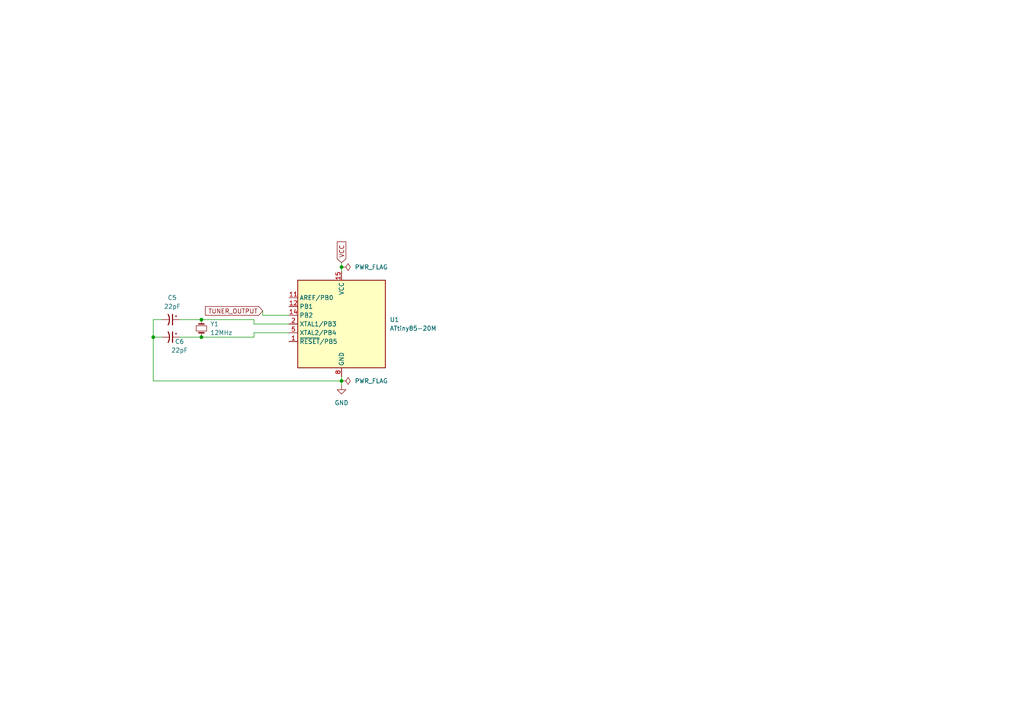
<source format=kicad_sch>
(kicad_sch (version 20211123) (generator eeschema)
  (paper "A4")
  (title_block (title "Finus - Digital Tuner") (date "2022-12-14") (rev "1.0") (company "Beseta") (comment 1 "Designed by Emilio Bernal") (comment 2 "ATTiny Version"))
  (lib_symbols
    (symbol "Device:C_Polarized_Small_US" (pin_numbers hide) (pin_names (offset 0.254) hide)
      (property "Reference" "C" (at 0.254 1.778 0))
      (property "Value" "C_Polarized_Small_US" (at 0.254 -2.032 0))
      (symbol "C_Polarized_Small_US_0_1"
        (polyline (pts (xy -1.524 0.508) (xy 1.524 0.508)) (stroke (width 0.3048)))
        (polyline (pts (xy -1.27 1.524) (xy -0.762 1.524)))
        (polyline (pts (xy -1.016 1.27) (xy -1.016 1.778)))
        (arc (start 1.524 -0.762) (mid 0 -0.3734) (end -1.524 -0.762) (stroke (width 0.3048)))
      )
      (symbol "C_Polarized_Small_US_1_1"
        (pin passive line (at 0 2.54 270) (length 2.032) (name "~") (number "1"))
        (pin passive line (at 0 -2.54 90) (length 2.032) (name "~") (number "2"))
      )
    )
    (symbol "Device:Crystal_Small" (pin_numbers hide) (pin_names (offset 1.016) hide)
      (property "Reference" "Y" (at 0 2.54 0))
      (property "Value" "Crystal_Small" (at 0 -2.54 0))
      (symbol "Crystal_Small_0_1"
        (rectangle (start -0.762 -1.524) (end 0.762 1.524))
        (polyline (pts (xy -1.27 -0.762) (xy -1.27 0.762)) (stroke (width 0.381)))
        (polyline (pts (xy 1.27 -0.762) (xy 1.27 0.762)) (stroke (width 0.381)))
      )
      (symbol "Crystal_Small_1_1"
        (pin passive line (at -2.54 0 0) (length 1.27) (name "1") (number "1"))
        (pin passive line (at 2.54 0 180) (length 1.27) (name "2") (number "2"))
      )
    )
    (symbol "MCU_Microchip_ATtiny:ATtiny85-20M"
      (property "Reference" "U" (at -12.7 13.97 0))
      (property "Value" "ATtiny85-20M" (at 2.54 -13.97 0))
      (symbol "ATtiny85-20M_0_1"
        (rectangle (start -12.7 -12.7) (end 12.7 12.7) (stroke (width 0.254)) (fill (type background)))
      )
      (symbol "ATtiny85-20M_1_1"
        (pin bidirectional line (at 15.24 -5.08 180) (length 2.54) (name "~{RESET}/PB5") (number "1"))
        (pin no_connect line (at -12.7 -2.54 0) (length 2.54) hide (name "NC") (number "10"))
        (pin bidirectional line (at 15.24 7.62 180) (length 2.54) (name "AREF/PB0") (number "11"))
        (pin bidirectional line (at 15.24 5.08 180) (length 2.54) (name "PB1") (number "12"))
        (pin no_connect line (at -12.7 -5.08 0) (length 2.54) hide (name "NC") (number "13"))
        (pin bidirectional line (at 15.24 2.54 180) (length 2.54) (name "PB2") (number "14"))
        (pin power_in line (at 0 15.24 270) (length 2.54) (name "VCC") (number "15"))
        (pin no_connect line (at -12.7 -7.62 0) (length 2.54) hide (name "NC") (number "16"))
        (pin no_connect line (at -12.7 -10.16 0) (length 2.54) hide (name "NC") (number "17"))
        (pin no_connect line (at -7.62 -12.7 90) (length 2.54) hide (name "NC") (number "18"))
        (pin no_connect line (at -5.08 -12.7 90) (length 2.54) hide (name "NC") (number "19"))
        (pin bidirectional line (at 15.24 0 180) (length 2.54) (name "XTAL1/PB3") (number "2"))
        (pin no_connect line (at -2.54 -12.7 90) (length 2.54) hide (name "NC") (number "20"))
        (pin passive line (at 0 -15.24 90) (length 2.54) hide (name "GND") (number "21"))
        (pin no_connect line (at -12.7 10.16 0) (length 2.54) hide (name "NC") (number "3"))
        (pin no_connect line (at -12.7 7.62 0) (length 2.54) hide (name "NC") (number "4"))
        (pin bidirectional line (at 15.24 -2.54 180) (length 2.54) (name "XTAL2/PB4") (number "5"))
        (pin no_connect line (at -12.7 5.08 0) (length 2.54) hide (name "NC") (number "6"))
        (pin no_connect line (at -12.7 2.54 0) (length 2.54) hide (name "NC") (number "7"))
        (pin power_in line (at 0 -15.24 90) (length 2.54) (name "GND") (number "8"))
        (pin no_connect line (at -12.7 0 0) (length 2.54) hide (name "NC") (number "9"))
      )
    )
    (symbol "power:GND" (power) (pin_names (offset 0))
      (property "Value" "GND" (at 0 -3.81 0))
      (symbol "GND_0_1"
        (polyline (pts (xy 0 0) (xy 0 -1.27) (xy 1.27 -1.27) (xy 0 -2.54) (xy -1.27 -1.27) (xy 0 -1.27)))
      )
      (symbol "GND_1_1"
        (pin power_in line (at 0 0 270) (length 0) hide (name "GND") (number "1"))
      )
    )
    (symbol "power:PWR_FLAG" (power) (pin_numbers hide) (pin_names (offset 0) hide)
      (property "Value" "PWR_FLAG" (at 0 3.81 0))
      (symbol "PWR_FLAG_0_0"
        (pin power_out line (at 0 0 90) (length 0) (name "pwr") (number "1"))
      )
      (symbol "PWR_FLAG_0_1"
        (polyline (pts (xy 0 0) (xy 0 1.27) (xy -1.016 1.905) (xy 0 2.54) (xy 1.016 1.905) (xy 0 1.27)))
      )
    )
  )
  (junction (at 44.45 97.79))
  (junction (at 99.06 110.49))
  (junction (at 99.06 77.47))
  (junction (at 58.42 97.79))
  (junction (at 58.42 92.71))
  (wire (pts (xy 99.06 110.49) (xy 99.06 109.22)))
  (wire (pts (xy 58.42 97.79) (xy 73.66 97.79)))
  (wire (pts (xy 58.42 92.71) (xy 73.66 92.71)))
  (wire (pts (xy 52.07 97.79) (xy 58.42 97.79)))
  (wire (pts (xy 99.06 110.49) (xy 44.45 110.49)))
  (wire (pts (xy 99.06 76.2) (xy 99.06 77.47)))
  (wire (pts (xy 83.82 93.98) (xy 73.66 93.98)))
  (wire (pts (xy 99.06 77.47) (xy 99.06 78.74)))
  (wire (pts (xy 73.66 93.98) (xy 73.66 92.71)))
  (wire (pts (xy 44.45 92.71) (xy 46.99 92.71)))
  (wire (pts (xy 99.06 110.49) (xy 99.06 111.76)))
  (wire (pts (xy 44.45 92.71) (xy 44.45 97.79)))
  (wire (pts (xy 76.2 91.44) (xy 83.82 91.44)))
  (wire (pts (xy 44.45 97.79) (xy 44.45 110.49)))
  (wire (pts (xy 44.45 97.79) (xy 46.99 97.79)))
  (wire (pts (xy 52.07 92.71) (xy 58.42 92.71)))
  (wire (pts (xy 83.82 96.52) (xy 73.66 96.52)))
  (wire (pts (xy 76.2 90.17) (xy 76.2 91.44)))
  (wire (pts (xy 73.66 96.52) (xy 73.66 97.79)))
  (global_label "TUNER_OUTPUT" (shape input) (at 76.2 90.17 180) (property "Intersheet References" "${INTERSHEET_REFS}" (effects hide)))
  (global_label "VCC" (shape input) (at 99.06 76.2 90) (property "Intersheet References" "${INTERSHEET_REFS}" (effects hide)))
  (symbol (lib_id "Device:C_Polarized_Small_US") (at 49.53 97.79 270) (unit 1)
    (property "Reference" "C6" (at 52.07 99.06 90))
    (property "Value" "22pF" (at 52.07 101.6 90))
  )
  (symbol (lib_id "power:PWR_FLAG") (at 99.06 110.49 270) (unit 1)
    (property "Reference" "#FLG01" (effects hide))
    (property "Value" "PWR_FLAG" (at 102.87 110.4899 90) (effects (justify left)))
  )
  (symbol (lib_id "Device:C_Polarized_Small_US") (at 49.53 92.71 270) (unit 1)
    (property "Reference" "C5" (at 49.9618 86.36 90))
    (property "Value" "22pF" (at 49.9618 88.9 90))
  )
  (symbol (lib_id "power:GND") (at 99.06 111.76 0) (mirror y) (unit 1)
    (property "Reference" "#PWR07" (effects hide))
    (property "Value" "GND" (at 99.06 116.84 0))
  )
  (symbol (lib_id "MCU_Microchip_ATtiny:ATtiny85-20M") (at 99.06 93.98 0) (mirror y) (unit 1)
    (property "Reference" "U1" (at 113.03 92.7099 0) (effects (justify right)))
    (property "Value" "ATtiny85-20M" (at 113.03 95.2499 0) (effects (justify right)))
    (property "Footprint" "Package_DFN_QFN:QFN-20-1EP_4x4mm_P0.5mm_EP2.6x2.6mm" (effects hide))
    (property "Datasheet" "http://ww1.microchip.com/downloads/en/DeviceDoc/atmel-2586-avr-8-bit-microcontroller-attiny25-attiny45-attiny85_datasheet.pdf" (effects hide))
  )
  (symbol (lib_id "power:PWR_FLAG") (at 99.06 77.47 270) (unit 1)
    (property "Reference" "#FLG?" (effects hide))
    (property "Value" "PWR_FLAG" (at 102.87 77.4699 90) (effects (justify left)))
  )
  (symbol (lib_id "Device:Crystal_Small") (at 58.42 95.25 90) (unit 1)
    (property "Reference" "Y1" (at 60.96 93.9799 90) (effects (justify right)))
    (property "Value" "12MHz" (at 60.96 96.5199 90) (effects (justify right)))
  )
)
</source>
